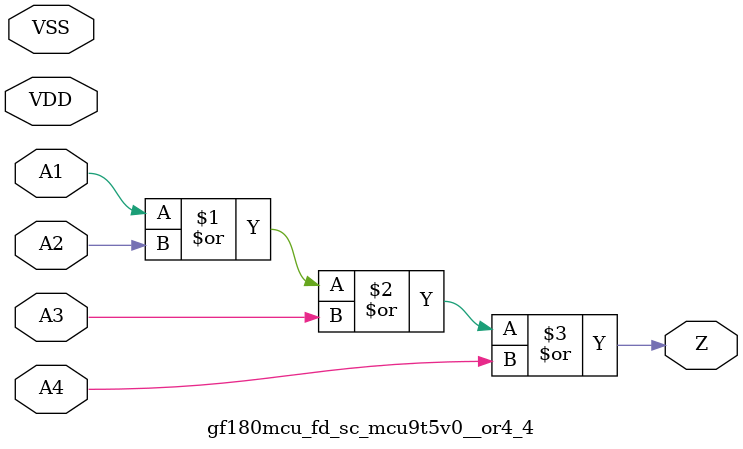
<source format=v>

module gf180mcu_fd_sc_mcu9t5v0__or4_4( A4, A3, A2, A1, Z, VDD, VSS );
input A1, A2, A3, A4;
inout VDD, VSS;
output Z;

	or MGM_BG_0( Z, A1, A2, A3, A4 );

endmodule

</source>
